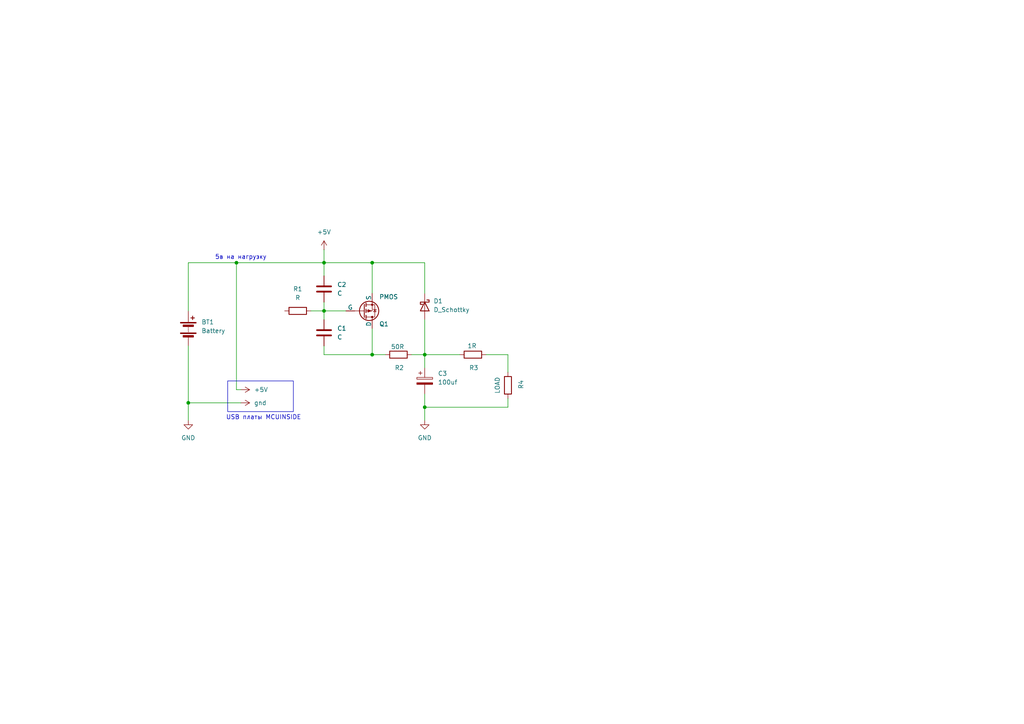
<source format=kicad_sch>
(kicad_sch (version 20250114) (generator "eeschema") (generator_version "9.0")
  (paper "A4")
  (lib_symbols
    (symbol "Device:Battery" (pin_numbers (hide yes)) (pin_names (offset 0) (hide yes))
      (property "Reference" "BT" (at 2.54 2.54 0))
      (property "Value" "Battery" (at 2.54 0 0))
      (symbol "Battery_0_1"
        (rectangle (start -2.286 1.778) (end 2.286 1.524) (fill (type outline)))
        (rectangle (start -2.286 -1.27) (end 2.286 -1.524) (fill (type outline)))
        (rectangle (start -1.524 1.016) (end 1.524 0.508) (fill (type outline)))
        (rectangle (start -1.524 -2.032) (end 1.524 -2.54) (fill (type outline)))
        (polyline (pts (xy 0 1.778) (xy 0 2.54)))
        (polyline (pts (xy 0 0) (xy 0 0.254)))
        (polyline (pts (xy 0 -0.508) (xy 0 -0.254)))
        (polyline (pts (xy 0 -1.016) (xy 0 -0.762)))
        (polyline (pts (xy 0.762 3.048) (xy 1.778 3.048)) (stroke (width 0.254)))
        (polyline (pts (xy 1.27 3.556) (xy 1.27 2.54)) (stroke (width 0.254)))
      )
      (symbol "Battery_1_1"
        (pin passive line (at 0 5.08 270) (length 2.54) (name "+") (number "1"))
        (pin passive line (at 0 -5.08 90) (length 2.54) (name "-") (number "2"))
      )
    )
    (symbol "Device:C" (pin_numbers (hide yes)) (pin_names (offset 0.254))
      (property "Reference" "C" (at 0.635 2.54 0))
      (property "Value" "C" (at 0.635 -2.54 0))
      (symbol "C_0_1"
        (polyline (pts (xy -2.032 0.762) (xy 2.032 0.762)) (stroke (width 0.508)))
        (polyline (pts (xy -2.032 -0.762) (xy 2.032 -0.762)) (stroke (width 0.508)))
      )
      (symbol "C_1_1"
        (pin passive line (at 0 3.81 270) (length 2.794) (name "~") (number "1"))
        (pin passive line (at 0 -3.81 90) (length 2.794) (name "~") (number "2"))
      )
    )
    (symbol "Device:C_Polarized" (pin_numbers (hide yes)) (pin_names (offset 0.254))
      (property "Reference" "C" (at 0.635 2.54 0))
      (property "Value" "C_Polarized" (at 0.635 -2.54 0))
      (symbol "C_Polarized_0_1"
        (rectangle (start -2.286 0.508) (end 2.286 1.016))
        (polyline (pts (xy -1.778 2.286) (xy -0.762 2.286)))
        (polyline (pts (xy -1.27 2.794) (xy -1.27 1.778)))
        (rectangle (start 2.286 -0.508) (end -2.286 -1.016) (fill (type outline)))
      )
      (symbol "C_Polarized_1_1"
        (pin passive line (at 0 3.81 270) (length 2.794) (name "~") (number "1"))
        (pin passive line (at 0 -3.81 90) (length 2.794) (name "~") (number "2"))
      )
    )
    (symbol "Device:D_Schottky" (pin_numbers (hide yes)) (pin_names (offset 1.016) (hide yes))
      (property "Reference" "D" (at 0 2.54 0))
      (property "Value" "D_Schottky" (at 0 -2.54 0))
      (symbol "D_Schottky_0_1"
        (polyline (pts (xy -1.905 0.635) (xy -1.905 1.27) (xy -1.27 1.27) (xy -1.27 -1.27) (xy -0.635 -1.27) (xy -0.635 -0.635)) (stroke (width 0.254)))
        (polyline (pts (xy 1.27 1.27) (xy 1.27 -1.27) (xy -1.27 0) (xy 1.27 1.27)) (stroke (width 0.254)))
        (polyline (pts (xy 1.27 0) (xy -1.27 0)))
      )
      (symbol "D_Schottky_1_1"
        (pin passive line (at -3.81 0 0) (length 2.54) (name "K") (number "1"))
        (pin passive line (at 3.81 0 180) (length 2.54) (name "A") (number "2"))
      )
    )
    (symbol "Device:R" (pin_numbers (hide yes)) (pin_names (offset 0))
      (property "Reference" "R" (at 2.032 0 90))
      (property "Value" "R" (at 0 0 90))
      (symbol "R_0_1"
        (rectangle (start -1.016 -2.54) (end 1.016 2.54) (stroke (width 0.254)))
      )
      (symbol "R_1_1"
        (pin passive line (at 0 3.81 270) (length 1.27) (name "~") (number "1"))
        (pin passive line (at 0 -3.81 90) (length 1.27) (name "~") (number "2"))
      )
    )
    (symbol "Simulation_SPICE:PMOS" (pin_numbers (hide yes)) (pin_names (offset 0))
      (property "Reference" "Q" (at 5.08 1.27 0))
      (property "Value" "PMOS" (at 5.08 -1.27 0))
      (symbol "PMOS_0_1"
        (polyline (pts (xy 0.254 1.905) (xy 0.254 -1.905)) (stroke (width 0.254)))
        (polyline (pts (xy 0.254 0) (xy -2.54 0)))
        (polyline (pts (xy 0.762 2.286) (xy 0.762 1.27)) (stroke (width 0.254)))
        (polyline (pts (xy 0.762 1.778) (xy 3.302 1.778) (xy 3.302 -1.778) (xy 0.762 -1.778)))
        (polyline (pts (xy 0.762 0.508) (xy 0.762 -0.508)) (stroke (width 0.254)))
        (polyline (pts (xy 0.762 -1.27) (xy 0.762 -2.286)) (stroke (width 0.254)))
        (circle (center 1.651 0) (radius 2.794) (stroke (width 0.254)))
        (polyline (pts (xy 2.286 0) (xy 1.27 0.381) (xy 1.27 -0.381) (xy 2.286 0)) (fill (type outline)))
        (polyline (pts (xy 2.54 2.54) (xy 2.54 1.778)))
        (circle (center 2.54 1.778) (radius 0.254) (fill (type outline)))
        (circle (center 2.54 -1.778) (radius 0.254) (fill (type outline)))
        (polyline (pts (xy 2.54 -2.54) (xy 2.54 0) (xy 0.762 0)))
        (polyline (pts (xy 2.794 -0.508) (xy 2.921 -0.381) (xy 3.683 -0.381) (xy 3.81 -0.254)))
        (polyline (pts (xy 3.302 -0.381) (xy 2.921 0.254) (xy 3.683 0.254) (xy 3.302 -0.381)))
      )
      (symbol "PMOS_1_1"
        (pin input line (at -5.08 0 0) (length 2.54) (name "G") (number "2"))
        (pin passive line (at 2.54 5.08 270) (length 2.54) (name "D") (number "1"))
        (pin passive line (at 2.54 -5.08 90) (length 2.54) (name "S") (number "3"))
      )
    )
    (symbol "power:+5V" (power) (pin_numbers (hide yes)) (pin_names (offset 0) (hide yes))
      (property "Value" "+5V" (at 0 3.556 0))
      (symbol "+5V_0_1"
        (polyline (pts (xy -0.762 1.27) (xy 0 2.54)))
        (polyline (pts (xy 0 2.54) (xy 0.762 1.27)))
        (polyline (pts (xy 0 0) (xy 0 2.54)))
      )
      (symbol "+5V_1_1"
        (pin power_in line (at 0 0 90) (length 0) (name "~") (number "1"))
      )
    )
    (symbol "power:GND" (power) (pin_numbers (hide yes)) (pin_names (offset 0) (hide yes))
      (property "Value" "GND" (at 0 -3.81 0))
      (symbol "GND_0_1"
        (polyline (pts (xy 0 0) (xy 0 -1.27) (xy 1.27 -1.27) (xy 0 -2.54) (xy -1.27 -1.27) (xy 0 -1.27)))
      )
      (symbol "GND_1_1"
        (pin power_in line (at 0 0 270) (length 0) (name "~") (number "1"))
      )
    )
  )
  (rectangle (start 66.04 110.49) (end 85.09 119.38))
  (text "USB платы MCUINSIDE" (at 76.454 121.158 0) (effects (font (size 1.27 1.27))))
  (text "5в на нагрузку" (at 69.85 74.676 0) (effects (font (size 1.27 1.27))))
  (junction (at 54.61 116.84))
  (junction (at 107.95 102.87))
  (junction (at 93.98 90.17))
  (junction (at 123.19 102.87))
  (junction (at 107.95 76.2))
  (junction (at 68.58 76.2))
  (junction (at 123.19 118.11))
  (junction (at 93.98 76.2))
  (wire (pts (xy 54.61 116.84) (xy 54.61 121.92)))
  (wire (pts (xy 93.98 76.2) (xy 93.98 80.01)))
  (wire (pts (xy 147.32 107.95) (xy 147.32 102.87)))
  (wire (pts (xy 123.19 114.3) (xy 123.19 118.11)))
  (wire (pts (xy 123.19 85.09) (xy 123.19 76.2)))
  (wire (pts (xy 123.19 92.71) (xy 123.19 102.87)))
  (wire (pts (xy 93.98 102.87) (xy 107.95 102.87)))
  (wire (pts (xy 68.58 76.2) (xy 93.98 76.2)))
  (wire (pts (xy 90.17 90.17) (xy 93.98 90.17)))
  (wire (pts (xy 123.19 106.68) (xy 123.19 102.87)))
  (wire (pts (xy 93.98 90.17) (xy 100.33 90.17)))
  (wire (pts (xy 68.58 76.2) (xy 68.58 113.03)))
  (wire (pts (xy 119.38 102.87) (xy 123.19 102.87)))
  (wire (pts (xy 54.61 76.2) (xy 68.58 76.2)))
  (wire (pts (xy 111.76 102.87) (xy 107.95 102.87)))
  (wire (pts (xy 54.61 90.17) (xy 54.61 76.2)))
  (wire (pts (xy 54.61 100.33) (xy 54.61 116.84)))
  (wire (pts (xy 123.19 118.11) (xy 147.32 118.11)))
  (wire (pts (xy 147.32 118.11) (xy 147.32 115.57)))
  (wire (pts (xy 123.19 102.87) (xy 133.35 102.87)))
  (wire (pts (xy 123.19 118.11) (xy 123.19 121.92)))
  (wire (pts (xy 107.95 95.25) (xy 107.95 102.87)))
  (wire (pts (xy 93.98 76.2) (xy 107.95 76.2)))
  (wire (pts (xy 107.95 85.09) (xy 107.95 76.2)))
  (wire (pts (xy 93.98 87.63) (xy 93.98 90.17)))
  (wire (pts (xy 93.98 90.17) (xy 93.98 92.71)))
  (wire (pts (xy 54.61 116.84) (xy 69.85 116.84)))
  (wire (pts (xy 147.32 102.87) (xy 140.97 102.87)))
  (wire (pts (xy 123.19 76.2) (xy 107.95 76.2)))
  (wire (pts (xy 93.98 100.33) (xy 93.98 102.87)))
  (wire (pts (xy 93.98 72.39) (xy 93.98 76.2)))
  (wire (pts (xy 69.85 113.03) (xy 68.58 113.03)))
  (symbol (lib_id "Device:C") (at 93.98 96.52 0) (unit 1)
    (property "Reference" "C1" (at 97.79 95.2499 0) (effects (justify left)))
    (property "Value" "C" (at 97.79 97.7899 0) (effects (justify left)))
    (property "Description" "Unpolarized capacitor" (effects (hide yes)))
  )
  (symbol (lib_id "Device:R") (at 137.16 102.87 90) (unit 1)
    (property "Reference" "R3" (at 137.414 106.68 90))
    (property "Value" "1R" (at 136.906 100.33 90))
    (property "Description" "Resistor" (effects (hide yes)))
  )
  (symbol (lib_id "power:+5V") (at 93.98 72.39 0) (unit 1)
    (property "Reference" "#PWR01" (effects (hide yes)))
    (property "Value" "+5V" (at 93.98 67.31 0))
    (property "Description" "Power symbol creates a global label with name \"+5V\"" (effects (hide yes)))
  )
  (symbol (lib_id "power:GND") (at 54.61 121.92 0) (unit 1)
    (property "Reference" "#PWR03" (effects (hide yes)))
    (property "Value" "GND" (at 54.61 127 0))
    (property "Description" "Power symbol creates a global label with name \"GND\" , ground" (effects (hide yes)))
  )
  (symbol (lib_id "power:GND") (at 123.19 121.92 0) (unit 1)
    (property "Reference" "#PWR02" (effects (hide yes)))
    (property "Value" "GND" (at 123.19 127 0))
    (property "Description" "Power symbol creates a global label with name \"GND\" , ground" (effects (hide yes)))
  )
  (symbol (lib_id "Device:Battery") (at 54.61 95.25 0) (unit 1)
    (property "Reference" "BT1" (at 58.42 93.4084 0) (effects (justify left)))
    (property "Value" "Battery" (at 58.42 95.9484 0) (effects (justify left)))
    (property "Description" "Multiple-cell battery" (effects (hide yes)))
  )
  (symbol (lib_id "power:+5V") (at 69.85 113.03 270) (unit 1)
    (property "Reference" "#PWR04" (effects (hide yes)))
    (property "Value" "+5V" (at 73.66 113.0299 90) (effects (justify left)))
    (property "Description" "Power symbol creates a global label with name \"+5V\"" (effects (hide yes)))
  )
  (symbol (lib_id "Device:C_Polarized") (at 123.19 110.49 0) (unit 1)
    (property "Reference" "C3" (at 127 108.3309 0) (effects (justify left)))
    (property "Value" "100uf" (at 127 110.8709 0) (effects (justify left)))
    (property "Description" "Polarized capacitor" (effects (hide yes)))
  )
  (symbol (lib_id "Device:R") (at 147.32 111.76 180) (unit 1)
    (property "Reference" "R4" (at 151.13 111.506 90))
    (property "Value" "LOAD" (at 144.272 111.76 90))
    (property "Description" "Resistor" (effects (hide yes)))
  )
  (symbol (lib_id "Device:D_Schottky") (at 123.19 88.9 270) (unit 1)
    (property "Reference" "D1" (at 125.73 87.3124 90) (effects (justify left)))
    (property "Value" "D_Schottky" (at 125.73 89.8524 90) (effects (justify left)))
    (property "Description" "Schottky diode" (effects (hide yes)))
  )
  (symbol (lib_id "Device:R") (at 86.36 90.17 90) (unit 1)
    (property "Reference" "R1" (at 86.36 83.82 90))
    (property "Value" "R" (at 86.36 86.36 90))
    (property "Description" "Resistor" (effects (hide yes)))
  )
  (symbol (lib_id "Device:R") (at 115.57 102.87 90) (unit 1)
    (property "Reference" "R2" (at 115.824 106.68 90))
    (property "Value" "50R" (at 115.316 100.584 90))
    (property "Description" "Resistor" (effects (hide yes)))
  )
  (symbol (lib_id "power:+5V") (at 69.85 116.84 270) (unit 1)
    (property "Reference" "#PWR05" (effects (hide yes)))
    (property "Value" "gnd" (at 73.66 116.8399 90) (effects (justify left)))
    (property "Description" "Power symbol creates a global label with name \"+5V\"" (effects (hide yes)))
  )
  (symbol (lib_id "Device:C") (at 93.98 83.82 0) (unit 1)
    (property "Reference" "C2" (at 97.79 82.5499 0) (effects (justify left)))
    (property "Value" "C" (at 97.79 85.0899 0) (effects (justify left)))
    (property "Description" "Unpolarized capacitor" (effects (hide yes)))
  )
  (symbol (lib_id "Simulation_SPICE:PMOS") (at 105.41 90.17 0) (mirror x) (unit 1)
    (property "Reference" "Q1" (at 109.982 93.98 0) (effects (justify left)))
    (property "Value" "PMOS" (at 109.982 86.106 0) (effects (justify left)))
    (property "Datasheet" "https://ngspice.sourceforge.io/docs/ngspice-html-manual/manual.xhtml#cha_MOSFETs" (effects (hide yes)))
    (property "Description" "P-MOSFET transistor, drain/source/gate" (effects (hide yes)))
    (property "Sim.Device" "PMOS" (effects (hide yes)))
    (property "Sim.Type" "VDMOS" (effects (hide yes)))
    (property "Sim.Pins" "1=D 2=G 3=S" (effects (hide yes)))
  )
)
</source>
